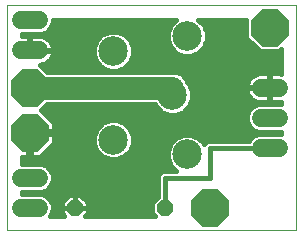
<source format=gbl>
G75*
%MOIN*%
%OFA0B0*%
%FSLAX25Y25*%
%IPPOS*%
%LPD*%
%AMOC8*
5,1,8,0,0,1.08239X$1,22.5*
%
%ADD10C,0.00000*%
%ADD11OC8,0.12500*%
%ADD12C,0.09843*%
%ADD13C,0.06000*%
%ADD14OC8,0.05200*%
%ADD15C,0.01600*%
%ADD16C,0.07600*%
D10*
X0003000Y0003125D02*
X0003000Y0078086D01*
X0099201Y0078086D01*
X0099201Y0003125D01*
X0003000Y0003125D01*
D11*
X0010500Y0035625D03*
X0010500Y0050625D03*
X0070500Y0010625D03*
X0090500Y0070625D03*
D12*
X0063000Y0067810D03*
X0058079Y0048125D03*
X0038394Y0033361D03*
X0063000Y0028440D03*
X0038394Y0062889D03*
D13*
X0013500Y0063125D02*
X0007500Y0063125D01*
X0007500Y0073125D02*
X0013500Y0073125D01*
X0013500Y0020625D02*
X0007500Y0020625D01*
X0007500Y0010625D02*
X0013500Y0010625D01*
X0087500Y0030625D02*
X0093500Y0030625D01*
X0093500Y0040625D02*
X0087500Y0040625D01*
X0087500Y0050625D02*
X0093500Y0050625D01*
D14*
X0055500Y0010625D03*
X0025500Y0010625D03*
D15*
X0025500Y0010625D01*
X0025500Y0015025D01*
X0027323Y0015025D01*
X0029900Y0012448D01*
X0029900Y0010625D01*
X0025500Y0010625D01*
X0025500Y0010625D01*
X0025500Y0010625D01*
X0021100Y0010625D01*
X0021100Y0012448D01*
X0023677Y0015025D01*
X0025500Y0015025D01*
X0025500Y0010625D01*
X0029900Y0010625D01*
X0029900Y0008802D01*
X0029023Y0007925D01*
X0052260Y0007925D01*
X0051300Y0008885D01*
X0051300Y0012365D01*
X0053100Y0014165D01*
X0053100Y0021102D01*
X0053465Y0021984D01*
X0054141Y0022660D01*
X0055023Y0023025D01*
X0059193Y0023025D01*
X0057472Y0024746D01*
X0056479Y0027143D01*
X0056479Y0029737D01*
X0057472Y0032134D01*
X0059306Y0033968D01*
X0061703Y0034961D01*
X0064297Y0034961D01*
X0066694Y0033968D01*
X0068528Y0032134D01*
X0068554Y0032073D01*
X0069141Y0032660D01*
X0070023Y0033025D01*
X0083515Y0033025D01*
X0083600Y0033231D01*
X0084894Y0034525D01*
X0086585Y0035225D01*
X0094401Y0035225D01*
X0094401Y0036025D01*
X0086585Y0036025D01*
X0084894Y0036725D01*
X0083600Y0038019D01*
X0082900Y0039710D01*
X0082900Y0041540D01*
X0083600Y0043231D01*
X0084894Y0044525D01*
X0086585Y0045225D01*
X0094401Y0045225D01*
X0094401Y0045908D01*
X0093878Y0045825D01*
X0090700Y0045825D01*
X0090700Y0050425D01*
X0090300Y0050425D01*
X0090300Y0045825D01*
X0087122Y0045825D01*
X0086376Y0045943D01*
X0085657Y0046177D01*
X0084984Y0046520D01*
X0084373Y0046964D01*
X0083839Y0047498D01*
X0083395Y0048109D01*
X0083052Y0048782D01*
X0082818Y0049501D01*
X0082700Y0050247D01*
X0082700Y0050425D01*
X0090300Y0050425D01*
X0090300Y0050825D01*
X0090300Y0055425D01*
X0087122Y0055425D01*
X0086376Y0055307D01*
X0085657Y0055073D01*
X0084984Y0054730D01*
X0084373Y0054286D01*
X0083839Y0053752D01*
X0083395Y0053141D01*
X0083052Y0052468D01*
X0082818Y0051749D01*
X0082700Y0051003D01*
X0082700Y0050825D01*
X0090300Y0050825D01*
X0090700Y0050825D01*
X0090700Y0055425D01*
X0093878Y0055425D01*
X0094401Y0055342D01*
X0094401Y0063424D01*
X0093752Y0062775D01*
X0087248Y0062775D01*
X0082650Y0067373D01*
X0082650Y0073286D01*
X0066747Y0073286D01*
X0068528Y0071504D01*
X0069521Y0069107D01*
X0069521Y0066513D01*
X0068528Y0064116D01*
X0066694Y0062282D01*
X0064297Y0061289D01*
X0061703Y0061289D01*
X0059306Y0062282D01*
X0057472Y0064116D01*
X0056479Y0066513D01*
X0056479Y0069107D01*
X0057472Y0071504D01*
X0059253Y0073286D01*
X0018100Y0073286D01*
X0018100Y0072210D01*
X0017400Y0070519D01*
X0016106Y0069225D01*
X0014415Y0068525D01*
X0007800Y0068525D01*
X0007800Y0067925D01*
X0010300Y0067925D01*
X0010300Y0063325D01*
X0010700Y0063325D01*
X0010700Y0067925D01*
X0013878Y0067925D01*
X0014624Y0067807D01*
X0015343Y0067573D01*
X0016016Y0067230D01*
X0016627Y0066786D01*
X0017161Y0066252D01*
X0017605Y0065641D01*
X0017948Y0064968D01*
X0018182Y0064249D01*
X0018300Y0063503D01*
X0018300Y0063325D01*
X0010700Y0063325D01*
X0010700Y0062925D01*
X0018300Y0062925D01*
X0018300Y0062747D01*
X0018182Y0062001D01*
X0017948Y0061282D01*
X0017605Y0060609D01*
X0017161Y0059998D01*
X0016627Y0059464D01*
X0016016Y0059020D01*
X0015343Y0058677D01*
X0014624Y0058443D01*
X0013898Y0058328D01*
X0016202Y0056025D01*
X0059153Y0056025D01*
X0061138Y0055203D01*
X0062657Y0053684D01*
X0063303Y0052123D01*
X0063607Y0051819D01*
X0064600Y0049422D01*
X0064600Y0046828D01*
X0063607Y0044431D01*
X0061773Y0042597D01*
X0059376Y0041604D01*
X0056782Y0041604D01*
X0054385Y0042597D01*
X0052550Y0044431D01*
X0052221Y0045225D01*
X0016202Y0045225D01*
X0014243Y0043266D01*
X0018550Y0038959D01*
X0018550Y0036125D01*
X0011000Y0036125D01*
X0011000Y0035125D01*
X0018550Y0035125D01*
X0018550Y0032291D01*
X0013834Y0027575D01*
X0011000Y0027575D01*
X0011000Y0035125D01*
X0010000Y0035125D01*
X0010000Y0027575D01*
X0007800Y0027575D01*
X0007800Y0025225D01*
X0014415Y0025225D01*
X0016106Y0024525D01*
X0017400Y0023231D01*
X0018100Y0021540D01*
X0018100Y0019710D01*
X0017400Y0018019D01*
X0016106Y0016725D01*
X0014415Y0016025D01*
X0007800Y0016025D01*
X0007800Y0015225D01*
X0014415Y0015225D01*
X0016106Y0014525D01*
X0017400Y0013231D01*
X0018100Y0011540D01*
X0018100Y0009710D01*
X0017400Y0008019D01*
X0017305Y0007925D01*
X0021977Y0007925D01*
X0021100Y0008802D01*
X0021100Y0010625D01*
X0025500Y0010625D01*
X0025500Y0011118D02*
X0025500Y0011118D01*
X0025500Y0012716D02*
X0025500Y0012716D01*
X0025500Y0014315D02*
X0025500Y0014315D01*
X0028033Y0014315D02*
X0053100Y0014315D01*
X0053100Y0015913D02*
X0007800Y0015913D01*
X0016316Y0014315D02*
X0022967Y0014315D01*
X0021369Y0012716D02*
X0017613Y0012716D01*
X0018100Y0011118D02*
X0021100Y0011118D01*
X0021100Y0009519D02*
X0018021Y0009519D01*
X0016892Y0017512D02*
X0053100Y0017512D01*
X0053100Y0019110D02*
X0017852Y0019110D01*
X0018100Y0020709D02*
X0053100Y0020709D01*
X0053788Y0022307D02*
X0017782Y0022307D01*
X0016725Y0023906D02*
X0058312Y0023906D01*
X0057157Y0025504D02*
X0007800Y0025504D01*
X0007800Y0027103D02*
X0036462Y0027103D01*
X0037097Y0026840D02*
X0039691Y0026840D01*
X0042088Y0027833D01*
X0043922Y0029667D01*
X0044915Y0032064D01*
X0044915Y0034658D01*
X0043922Y0037055D01*
X0042088Y0038890D01*
X0039691Y0039882D01*
X0037097Y0039882D01*
X0034700Y0038890D01*
X0032865Y0037055D01*
X0031872Y0034658D01*
X0031872Y0032064D01*
X0032865Y0029667D01*
X0034700Y0027833D01*
X0037097Y0026840D01*
X0040325Y0027103D02*
X0056495Y0027103D01*
X0056479Y0028701D02*
X0042956Y0028701D01*
X0044184Y0030300D02*
X0056712Y0030300D01*
X0057374Y0031898D02*
X0044846Y0031898D01*
X0044915Y0033497D02*
X0058834Y0033497D01*
X0067166Y0033497D02*
X0083866Y0033497D01*
X0086272Y0035095D02*
X0044734Y0035095D01*
X0044072Y0036694D02*
X0084971Y0036694D01*
X0083487Y0038292D02*
X0042685Y0038292D01*
X0034102Y0038292D02*
X0018550Y0038292D01*
X0018550Y0036694D02*
X0032716Y0036694D01*
X0032053Y0035095D02*
X0018550Y0035095D01*
X0018550Y0033497D02*
X0031872Y0033497D01*
X0031941Y0031898D02*
X0018158Y0031898D01*
X0016559Y0030300D02*
X0032603Y0030300D01*
X0033831Y0028701D02*
X0014961Y0028701D01*
X0011000Y0028701D02*
X0010000Y0028701D01*
X0010000Y0030300D02*
X0011000Y0030300D01*
X0011000Y0031898D02*
X0010000Y0031898D01*
X0010000Y0033497D02*
X0011000Y0033497D01*
X0011000Y0035095D02*
X0010000Y0035095D01*
X0016020Y0041489D02*
X0082900Y0041489D01*
X0082900Y0039891D02*
X0017619Y0039891D01*
X0014422Y0043088D02*
X0053893Y0043088D01*
X0052445Y0044686D02*
X0015663Y0044686D01*
X0014752Y0057474D02*
X0034586Y0057474D01*
X0034700Y0057360D02*
X0037097Y0056368D01*
X0039691Y0056368D01*
X0042088Y0057360D01*
X0043922Y0059195D01*
X0044915Y0061592D01*
X0044915Y0064186D01*
X0043922Y0066583D01*
X0042088Y0068417D01*
X0039691Y0069410D01*
X0037097Y0069410D01*
X0034700Y0068417D01*
X0032865Y0066583D01*
X0031872Y0064186D01*
X0031872Y0061592D01*
X0032865Y0059195D01*
X0034700Y0057360D01*
X0032987Y0059073D02*
X0016089Y0059073D01*
X0017637Y0060671D02*
X0032254Y0060671D01*
X0031872Y0062270D02*
X0018224Y0062270D01*
X0018242Y0063868D02*
X0031872Y0063868D01*
X0032403Y0065467D02*
X0017694Y0065467D01*
X0016243Y0067065D02*
X0033348Y0067065D01*
X0035295Y0068664D02*
X0014750Y0068664D01*
X0017143Y0070262D02*
X0056957Y0070262D01*
X0056479Y0068664D02*
X0041492Y0068664D01*
X0043439Y0067065D02*
X0056479Y0067065D01*
X0056912Y0065467D02*
X0044384Y0065467D01*
X0044915Y0063868D02*
X0057719Y0063868D01*
X0059334Y0062270D02*
X0044915Y0062270D01*
X0044534Y0060671D02*
X0094401Y0060671D01*
X0094401Y0059073D02*
X0043800Y0059073D01*
X0042202Y0057474D02*
X0094401Y0057474D01*
X0094401Y0055876D02*
X0059513Y0055876D01*
X0062063Y0054277D02*
X0084364Y0054277D01*
X0083159Y0052679D02*
X0063073Y0052679D01*
X0063913Y0051080D02*
X0082712Y0051080D01*
X0082824Y0049482D02*
X0064575Y0049482D01*
X0064600Y0047883D02*
X0083559Y0047883D01*
X0085445Y0046285D02*
X0064375Y0046285D01*
X0063713Y0044686D02*
X0085284Y0044686D01*
X0083541Y0043088D02*
X0062264Y0043088D01*
X0070500Y0030625D02*
X0070500Y0020625D01*
X0055500Y0020625D01*
X0055500Y0010625D01*
X0051300Y0011118D02*
X0029900Y0011118D01*
X0029900Y0009519D02*
X0051300Y0009519D01*
X0051651Y0012716D02*
X0029631Y0012716D01*
X0070500Y0030625D02*
X0090500Y0030625D01*
X0090300Y0046285D02*
X0090700Y0046285D01*
X0090700Y0047883D02*
X0090300Y0047883D01*
X0090300Y0049482D02*
X0090700Y0049482D01*
X0090700Y0051080D02*
X0090300Y0051080D01*
X0090300Y0052679D02*
X0090700Y0052679D01*
X0090700Y0054277D02*
X0090300Y0054277D01*
X0094401Y0062270D02*
X0066666Y0062270D01*
X0068281Y0063868D02*
X0086155Y0063868D01*
X0084556Y0065467D02*
X0069088Y0065467D01*
X0069521Y0067065D02*
X0082958Y0067065D01*
X0082650Y0068664D02*
X0069521Y0068664D01*
X0069043Y0070262D02*
X0082650Y0070262D01*
X0082650Y0071861D02*
X0068171Y0071861D01*
X0057829Y0071861D02*
X0017955Y0071861D01*
X0010700Y0067065D02*
X0010300Y0067065D01*
X0010300Y0065467D02*
X0010700Y0065467D01*
X0010700Y0063868D02*
X0010300Y0063868D01*
D16*
X0010500Y0050625D02*
X0058079Y0050625D01*
X0058079Y0048125D01*
M02*

</source>
